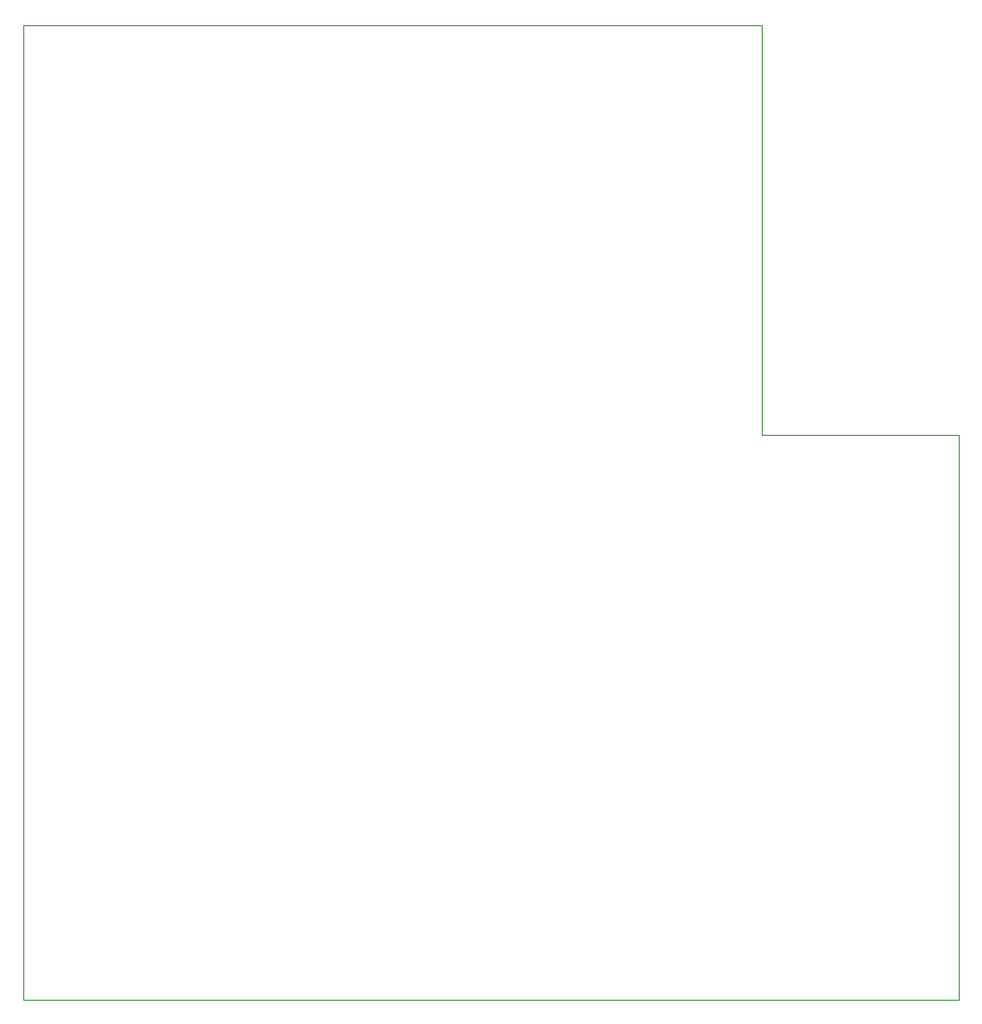
<source format=gbr>
G04 #@! TF.GenerationSoftware,KiCad,Pcbnew,(5.1.5)-3*
G04 #@! TF.CreationDate,2020-08-29T09:18:06-04:00*
G04 #@! TF.ProjectId,AudioBox,41756469-6f42-46f7-982e-6b696361645f,rev?*
G04 #@! TF.SameCoordinates,Original*
G04 #@! TF.FileFunction,Profile,NP*
%FSLAX46Y46*%
G04 Gerber Fmt 4.6, Leading zero omitted, Abs format (unit mm)*
G04 Created by KiCad (PCBNEW (5.1.5)-3) date 2020-08-29 09:18:06*
%MOMM*%
%LPD*%
G04 APERTURE LIST*
%ADD10C,0.050000*%
G04 APERTURE END LIST*
D10*
X39400000Y-105000000D02*
X39400000Y-20000000D01*
X103800000Y-55800000D02*
X121000000Y-55800000D01*
X103800000Y-20000000D02*
X103800000Y-55800000D01*
X121000000Y-105000000D02*
X39400000Y-105000000D01*
X121000000Y-55800000D02*
X121000000Y-105000000D01*
X39400000Y-20000000D02*
X103800000Y-20000000D01*
M02*

</source>
